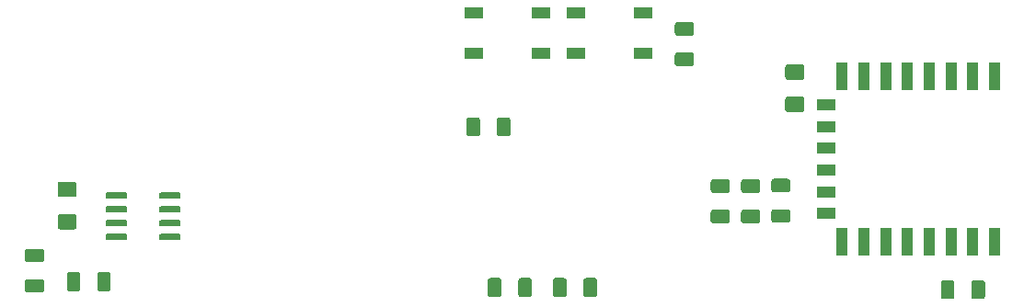
<source format=gbr>
G04 #@! TF.GenerationSoftware,KiCad,Pcbnew,5.1.4-e60b266~84~ubuntu19.04.1*
G04 #@! TF.CreationDate,2019-09-15T17:37:26+02:00*
G04 #@! TF.ProjectId,kicad,6b696361-642e-46b6-9963-61645f706362,rev?*
G04 #@! TF.SameCoordinates,Original*
G04 #@! TF.FileFunction,Paste,Top*
G04 #@! TF.FilePolarity,Positive*
%FSLAX46Y46*%
G04 Gerber Fmt 4.6, Leading zero omitted, Abs format (unit mm)*
G04 Created by KiCad (PCBNEW 5.1.4-e60b266~84~ubuntu19.04.1) date 2019-09-15 17:37:26*
%MOMM*%
%LPD*%
G04 APERTURE LIST*
%ADD10C,0.100000*%
%ADD11C,0.600000*%
%ADD12R,1.800000X1.100000*%
%ADD13C,1.425000*%
%ADD14R,1.000000X2.500000*%
%ADD15R,1.800000X1.000000*%
%ADD16C,1.250000*%
G04 APERTURE END LIST*
D10*
G36*
X36568703Y-38049722D02*
G01*
X36583264Y-38051882D01*
X36597543Y-38055459D01*
X36611403Y-38060418D01*
X36624710Y-38066712D01*
X36637336Y-38074280D01*
X36649159Y-38083048D01*
X36660066Y-38092934D01*
X36669952Y-38103841D01*
X36678720Y-38115664D01*
X36686288Y-38128290D01*
X36692582Y-38141597D01*
X36697541Y-38155457D01*
X36701118Y-38169736D01*
X36703278Y-38184297D01*
X36704000Y-38199000D01*
X36704000Y-38499000D01*
X36703278Y-38513703D01*
X36701118Y-38528264D01*
X36697541Y-38542543D01*
X36692582Y-38556403D01*
X36686288Y-38569710D01*
X36678720Y-38582336D01*
X36669952Y-38594159D01*
X36660066Y-38605066D01*
X36649159Y-38614952D01*
X36637336Y-38623720D01*
X36624710Y-38631288D01*
X36611403Y-38637582D01*
X36597543Y-38642541D01*
X36583264Y-38646118D01*
X36568703Y-38648278D01*
X36554000Y-38649000D01*
X34904000Y-38649000D01*
X34889297Y-38648278D01*
X34874736Y-38646118D01*
X34860457Y-38642541D01*
X34846597Y-38637582D01*
X34833290Y-38631288D01*
X34820664Y-38623720D01*
X34808841Y-38614952D01*
X34797934Y-38605066D01*
X34788048Y-38594159D01*
X34779280Y-38582336D01*
X34771712Y-38569710D01*
X34765418Y-38556403D01*
X34760459Y-38542543D01*
X34756882Y-38528264D01*
X34754722Y-38513703D01*
X34754000Y-38499000D01*
X34754000Y-38199000D01*
X34754722Y-38184297D01*
X34756882Y-38169736D01*
X34760459Y-38155457D01*
X34765418Y-38141597D01*
X34771712Y-38128290D01*
X34779280Y-38115664D01*
X34788048Y-38103841D01*
X34797934Y-38092934D01*
X34808841Y-38083048D01*
X34820664Y-38074280D01*
X34833290Y-38066712D01*
X34846597Y-38060418D01*
X34860457Y-38055459D01*
X34874736Y-38051882D01*
X34889297Y-38049722D01*
X34904000Y-38049000D01*
X36554000Y-38049000D01*
X36568703Y-38049722D01*
X36568703Y-38049722D01*
G37*
D11*
X35729000Y-38349000D03*
D10*
G36*
X36568703Y-39319722D02*
G01*
X36583264Y-39321882D01*
X36597543Y-39325459D01*
X36611403Y-39330418D01*
X36624710Y-39336712D01*
X36637336Y-39344280D01*
X36649159Y-39353048D01*
X36660066Y-39362934D01*
X36669952Y-39373841D01*
X36678720Y-39385664D01*
X36686288Y-39398290D01*
X36692582Y-39411597D01*
X36697541Y-39425457D01*
X36701118Y-39439736D01*
X36703278Y-39454297D01*
X36704000Y-39469000D01*
X36704000Y-39769000D01*
X36703278Y-39783703D01*
X36701118Y-39798264D01*
X36697541Y-39812543D01*
X36692582Y-39826403D01*
X36686288Y-39839710D01*
X36678720Y-39852336D01*
X36669952Y-39864159D01*
X36660066Y-39875066D01*
X36649159Y-39884952D01*
X36637336Y-39893720D01*
X36624710Y-39901288D01*
X36611403Y-39907582D01*
X36597543Y-39912541D01*
X36583264Y-39916118D01*
X36568703Y-39918278D01*
X36554000Y-39919000D01*
X34904000Y-39919000D01*
X34889297Y-39918278D01*
X34874736Y-39916118D01*
X34860457Y-39912541D01*
X34846597Y-39907582D01*
X34833290Y-39901288D01*
X34820664Y-39893720D01*
X34808841Y-39884952D01*
X34797934Y-39875066D01*
X34788048Y-39864159D01*
X34779280Y-39852336D01*
X34771712Y-39839710D01*
X34765418Y-39826403D01*
X34760459Y-39812543D01*
X34756882Y-39798264D01*
X34754722Y-39783703D01*
X34754000Y-39769000D01*
X34754000Y-39469000D01*
X34754722Y-39454297D01*
X34756882Y-39439736D01*
X34760459Y-39425457D01*
X34765418Y-39411597D01*
X34771712Y-39398290D01*
X34779280Y-39385664D01*
X34788048Y-39373841D01*
X34797934Y-39362934D01*
X34808841Y-39353048D01*
X34820664Y-39344280D01*
X34833290Y-39336712D01*
X34846597Y-39330418D01*
X34860457Y-39325459D01*
X34874736Y-39321882D01*
X34889297Y-39319722D01*
X34904000Y-39319000D01*
X36554000Y-39319000D01*
X36568703Y-39319722D01*
X36568703Y-39319722D01*
G37*
D11*
X35729000Y-39619000D03*
D10*
G36*
X36568703Y-40589722D02*
G01*
X36583264Y-40591882D01*
X36597543Y-40595459D01*
X36611403Y-40600418D01*
X36624710Y-40606712D01*
X36637336Y-40614280D01*
X36649159Y-40623048D01*
X36660066Y-40632934D01*
X36669952Y-40643841D01*
X36678720Y-40655664D01*
X36686288Y-40668290D01*
X36692582Y-40681597D01*
X36697541Y-40695457D01*
X36701118Y-40709736D01*
X36703278Y-40724297D01*
X36704000Y-40739000D01*
X36704000Y-41039000D01*
X36703278Y-41053703D01*
X36701118Y-41068264D01*
X36697541Y-41082543D01*
X36692582Y-41096403D01*
X36686288Y-41109710D01*
X36678720Y-41122336D01*
X36669952Y-41134159D01*
X36660066Y-41145066D01*
X36649159Y-41154952D01*
X36637336Y-41163720D01*
X36624710Y-41171288D01*
X36611403Y-41177582D01*
X36597543Y-41182541D01*
X36583264Y-41186118D01*
X36568703Y-41188278D01*
X36554000Y-41189000D01*
X34904000Y-41189000D01*
X34889297Y-41188278D01*
X34874736Y-41186118D01*
X34860457Y-41182541D01*
X34846597Y-41177582D01*
X34833290Y-41171288D01*
X34820664Y-41163720D01*
X34808841Y-41154952D01*
X34797934Y-41145066D01*
X34788048Y-41134159D01*
X34779280Y-41122336D01*
X34771712Y-41109710D01*
X34765418Y-41096403D01*
X34760459Y-41082543D01*
X34756882Y-41068264D01*
X34754722Y-41053703D01*
X34754000Y-41039000D01*
X34754000Y-40739000D01*
X34754722Y-40724297D01*
X34756882Y-40709736D01*
X34760459Y-40695457D01*
X34765418Y-40681597D01*
X34771712Y-40668290D01*
X34779280Y-40655664D01*
X34788048Y-40643841D01*
X34797934Y-40632934D01*
X34808841Y-40623048D01*
X34820664Y-40614280D01*
X34833290Y-40606712D01*
X34846597Y-40600418D01*
X34860457Y-40595459D01*
X34874736Y-40591882D01*
X34889297Y-40589722D01*
X34904000Y-40589000D01*
X36554000Y-40589000D01*
X36568703Y-40589722D01*
X36568703Y-40589722D01*
G37*
D11*
X35729000Y-40889000D03*
D10*
G36*
X36568703Y-41859722D02*
G01*
X36583264Y-41861882D01*
X36597543Y-41865459D01*
X36611403Y-41870418D01*
X36624710Y-41876712D01*
X36637336Y-41884280D01*
X36649159Y-41893048D01*
X36660066Y-41902934D01*
X36669952Y-41913841D01*
X36678720Y-41925664D01*
X36686288Y-41938290D01*
X36692582Y-41951597D01*
X36697541Y-41965457D01*
X36701118Y-41979736D01*
X36703278Y-41994297D01*
X36704000Y-42009000D01*
X36704000Y-42309000D01*
X36703278Y-42323703D01*
X36701118Y-42338264D01*
X36697541Y-42352543D01*
X36692582Y-42366403D01*
X36686288Y-42379710D01*
X36678720Y-42392336D01*
X36669952Y-42404159D01*
X36660066Y-42415066D01*
X36649159Y-42424952D01*
X36637336Y-42433720D01*
X36624710Y-42441288D01*
X36611403Y-42447582D01*
X36597543Y-42452541D01*
X36583264Y-42456118D01*
X36568703Y-42458278D01*
X36554000Y-42459000D01*
X34904000Y-42459000D01*
X34889297Y-42458278D01*
X34874736Y-42456118D01*
X34860457Y-42452541D01*
X34846597Y-42447582D01*
X34833290Y-42441288D01*
X34820664Y-42433720D01*
X34808841Y-42424952D01*
X34797934Y-42415066D01*
X34788048Y-42404159D01*
X34779280Y-42392336D01*
X34771712Y-42379710D01*
X34765418Y-42366403D01*
X34760459Y-42352543D01*
X34756882Y-42338264D01*
X34754722Y-42323703D01*
X34754000Y-42309000D01*
X34754000Y-42009000D01*
X34754722Y-41994297D01*
X34756882Y-41979736D01*
X34760459Y-41965457D01*
X34765418Y-41951597D01*
X34771712Y-41938290D01*
X34779280Y-41925664D01*
X34788048Y-41913841D01*
X34797934Y-41902934D01*
X34808841Y-41893048D01*
X34820664Y-41884280D01*
X34833290Y-41876712D01*
X34846597Y-41870418D01*
X34860457Y-41865459D01*
X34874736Y-41861882D01*
X34889297Y-41859722D01*
X34904000Y-41859000D01*
X36554000Y-41859000D01*
X36568703Y-41859722D01*
X36568703Y-41859722D01*
G37*
D11*
X35729000Y-42159000D03*
D10*
G36*
X31618703Y-41859722D02*
G01*
X31633264Y-41861882D01*
X31647543Y-41865459D01*
X31661403Y-41870418D01*
X31674710Y-41876712D01*
X31687336Y-41884280D01*
X31699159Y-41893048D01*
X31710066Y-41902934D01*
X31719952Y-41913841D01*
X31728720Y-41925664D01*
X31736288Y-41938290D01*
X31742582Y-41951597D01*
X31747541Y-41965457D01*
X31751118Y-41979736D01*
X31753278Y-41994297D01*
X31754000Y-42009000D01*
X31754000Y-42309000D01*
X31753278Y-42323703D01*
X31751118Y-42338264D01*
X31747541Y-42352543D01*
X31742582Y-42366403D01*
X31736288Y-42379710D01*
X31728720Y-42392336D01*
X31719952Y-42404159D01*
X31710066Y-42415066D01*
X31699159Y-42424952D01*
X31687336Y-42433720D01*
X31674710Y-42441288D01*
X31661403Y-42447582D01*
X31647543Y-42452541D01*
X31633264Y-42456118D01*
X31618703Y-42458278D01*
X31604000Y-42459000D01*
X29954000Y-42459000D01*
X29939297Y-42458278D01*
X29924736Y-42456118D01*
X29910457Y-42452541D01*
X29896597Y-42447582D01*
X29883290Y-42441288D01*
X29870664Y-42433720D01*
X29858841Y-42424952D01*
X29847934Y-42415066D01*
X29838048Y-42404159D01*
X29829280Y-42392336D01*
X29821712Y-42379710D01*
X29815418Y-42366403D01*
X29810459Y-42352543D01*
X29806882Y-42338264D01*
X29804722Y-42323703D01*
X29804000Y-42309000D01*
X29804000Y-42009000D01*
X29804722Y-41994297D01*
X29806882Y-41979736D01*
X29810459Y-41965457D01*
X29815418Y-41951597D01*
X29821712Y-41938290D01*
X29829280Y-41925664D01*
X29838048Y-41913841D01*
X29847934Y-41902934D01*
X29858841Y-41893048D01*
X29870664Y-41884280D01*
X29883290Y-41876712D01*
X29896597Y-41870418D01*
X29910457Y-41865459D01*
X29924736Y-41861882D01*
X29939297Y-41859722D01*
X29954000Y-41859000D01*
X31604000Y-41859000D01*
X31618703Y-41859722D01*
X31618703Y-41859722D01*
G37*
D11*
X30779000Y-42159000D03*
D10*
G36*
X31618703Y-40589722D02*
G01*
X31633264Y-40591882D01*
X31647543Y-40595459D01*
X31661403Y-40600418D01*
X31674710Y-40606712D01*
X31687336Y-40614280D01*
X31699159Y-40623048D01*
X31710066Y-40632934D01*
X31719952Y-40643841D01*
X31728720Y-40655664D01*
X31736288Y-40668290D01*
X31742582Y-40681597D01*
X31747541Y-40695457D01*
X31751118Y-40709736D01*
X31753278Y-40724297D01*
X31754000Y-40739000D01*
X31754000Y-41039000D01*
X31753278Y-41053703D01*
X31751118Y-41068264D01*
X31747541Y-41082543D01*
X31742582Y-41096403D01*
X31736288Y-41109710D01*
X31728720Y-41122336D01*
X31719952Y-41134159D01*
X31710066Y-41145066D01*
X31699159Y-41154952D01*
X31687336Y-41163720D01*
X31674710Y-41171288D01*
X31661403Y-41177582D01*
X31647543Y-41182541D01*
X31633264Y-41186118D01*
X31618703Y-41188278D01*
X31604000Y-41189000D01*
X29954000Y-41189000D01*
X29939297Y-41188278D01*
X29924736Y-41186118D01*
X29910457Y-41182541D01*
X29896597Y-41177582D01*
X29883290Y-41171288D01*
X29870664Y-41163720D01*
X29858841Y-41154952D01*
X29847934Y-41145066D01*
X29838048Y-41134159D01*
X29829280Y-41122336D01*
X29821712Y-41109710D01*
X29815418Y-41096403D01*
X29810459Y-41082543D01*
X29806882Y-41068264D01*
X29804722Y-41053703D01*
X29804000Y-41039000D01*
X29804000Y-40739000D01*
X29804722Y-40724297D01*
X29806882Y-40709736D01*
X29810459Y-40695457D01*
X29815418Y-40681597D01*
X29821712Y-40668290D01*
X29829280Y-40655664D01*
X29838048Y-40643841D01*
X29847934Y-40632934D01*
X29858841Y-40623048D01*
X29870664Y-40614280D01*
X29883290Y-40606712D01*
X29896597Y-40600418D01*
X29910457Y-40595459D01*
X29924736Y-40591882D01*
X29939297Y-40589722D01*
X29954000Y-40589000D01*
X31604000Y-40589000D01*
X31618703Y-40589722D01*
X31618703Y-40589722D01*
G37*
D11*
X30779000Y-40889000D03*
D10*
G36*
X31618703Y-39319722D02*
G01*
X31633264Y-39321882D01*
X31647543Y-39325459D01*
X31661403Y-39330418D01*
X31674710Y-39336712D01*
X31687336Y-39344280D01*
X31699159Y-39353048D01*
X31710066Y-39362934D01*
X31719952Y-39373841D01*
X31728720Y-39385664D01*
X31736288Y-39398290D01*
X31742582Y-39411597D01*
X31747541Y-39425457D01*
X31751118Y-39439736D01*
X31753278Y-39454297D01*
X31754000Y-39469000D01*
X31754000Y-39769000D01*
X31753278Y-39783703D01*
X31751118Y-39798264D01*
X31747541Y-39812543D01*
X31742582Y-39826403D01*
X31736288Y-39839710D01*
X31728720Y-39852336D01*
X31719952Y-39864159D01*
X31710066Y-39875066D01*
X31699159Y-39884952D01*
X31687336Y-39893720D01*
X31674710Y-39901288D01*
X31661403Y-39907582D01*
X31647543Y-39912541D01*
X31633264Y-39916118D01*
X31618703Y-39918278D01*
X31604000Y-39919000D01*
X29954000Y-39919000D01*
X29939297Y-39918278D01*
X29924736Y-39916118D01*
X29910457Y-39912541D01*
X29896597Y-39907582D01*
X29883290Y-39901288D01*
X29870664Y-39893720D01*
X29858841Y-39884952D01*
X29847934Y-39875066D01*
X29838048Y-39864159D01*
X29829280Y-39852336D01*
X29821712Y-39839710D01*
X29815418Y-39826403D01*
X29810459Y-39812543D01*
X29806882Y-39798264D01*
X29804722Y-39783703D01*
X29804000Y-39769000D01*
X29804000Y-39469000D01*
X29804722Y-39454297D01*
X29806882Y-39439736D01*
X29810459Y-39425457D01*
X29815418Y-39411597D01*
X29821712Y-39398290D01*
X29829280Y-39385664D01*
X29838048Y-39373841D01*
X29847934Y-39362934D01*
X29858841Y-39353048D01*
X29870664Y-39344280D01*
X29883290Y-39336712D01*
X29896597Y-39330418D01*
X29910457Y-39325459D01*
X29924736Y-39321882D01*
X29939297Y-39319722D01*
X29954000Y-39319000D01*
X31604000Y-39319000D01*
X31618703Y-39319722D01*
X31618703Y-39319722D01*
G37*
D11*
X30779000Y-39619000D03*
D10*
G36*
X31618703Y-38049722D02*
G01*
X31633264Y-38051882D01*
X31647543Y-38055459D01*
X31661403Y-38060418D01*
X31674710Y-38066712D01*
X31687336Y-38074280D01*
X31699159Y-38083048D01*
X31710066Y-38092934D01*
X31719952Y-38103841D01*
X31728720Y-38115664D01*
X31736288Y-38128290D01*
X31742582Y-38141597D01*
X31747541Y-38155457D01*
X31751118Y-38169736D01*
X31753278Y-38184297D01*
X31754000Y-38199000D01*
X31754000Y-38499000D01*
X31753278Y-38513703D01*
X31751118Y-38528264D01*
X31747541Y-38542543D01*
X31742582Y-38556403D01*
X31736288Y-38569710D01*
X31728720Y-38582336D01*
X31719952Y-38594159D01*
X31710066Y-38605066D01*
X31699159Y-38614952D01*
X31687336Y-38623720D01*
X31674710Y-38631288D01*
X31661403Y-38637582D01*
X31647543Y-38642541D01*
X31633264Y-38646118D01*
X31618703Y-38648278D01*
X31604000Y-38649000D01*
X29954000Y-38649000D01*
X29939297Y-38648278D01*
X29924736Y-38646118D01*
X29910457Y-38642541D01*
X29896597Y-38637582D01*
X29883290Y-38631288D01*
X29870664Y-38623720D01*
X29858841Y-38614952D01*
X29847934Y-38605066D01*
X29838048Y-38594159D01*
X29829280Y-38582336D01*
X29821712Y-38569710D01*
X29815418Y-38556403D01*
X29810459Y-38542543D01*
X29806882Y-38528264D01*
X29804722Y-38513703D01*
X29804000Y-38499000D01*
X29804000Y-38199000D01*
X29804722Y-38184297D01*
X29806882Y-38169736D01*
X29810459Y-38155457D01*
X29815418Y-38141597D01*
X29821712Y-38128290D01*
X29829280Y-38115664D01*
X29838048Y-38103841D01*
X29847934Y-38092934D01*
X29858841Y-38083048D01*
X29870664Y-38074280D01*
X29883290Y-38066712D01*
X29896597Y-38060418D01*
X29910457Y-38055459D01*
X29924736Y-38051882D01*
X29939297Y-38049722D01*
X29954000Y-38049000D01*
X31604000Y-38049000D01*
X31618703Y-38049722D01*
X31618703Y-38049722D01*
G37*
D11*
X30779000Y-38349000D03*
D12*
X69902000Y-25218000D03*
X63702000Y-25218000D03*
X69902000Y-21518000D03*
X63702000Y-21518000D03*
X79300000Y-25218000D03*
X73100000Y-25218000D03*
X79300000Y-21518000D03*
X73100000Y-21518000D03*
D10*
G36*
X93867504Y-29224204D02*
G01*
X93891773Y-29227804D01*
X93915571Y-29233765D01*
X93938671Y-29242030D01*
X93960849Y-29252520D01*
X93981893Y-29265133D01*
X94001598Y-29279747D01*
X94019777Y-29296223D01*
X94036253Y-29314402D01*
X94050867Y-29334107D01*
X94063480Y-29355151D01*
X94073970Y-29377329D01*
X94082235Y-29400429D01*
X94088196Y-29424227D01*
X94091796Y-29448496D01*
X94093000Y-29473000D01*
X94093000Y-30398000D01*
X94091796Y-30422504D01*
X94088196Y-30446773D01*
X94082235Y-30470571D01*
X94073970Y-30493671D01*
X94063480Y-30515849D01*
X94050867Y-30536893D01*
X94036253Y-30556598D01*
X94019777Y-30574777D01*
X94001598Y-30591253D01*
X93981893Y-30605867D01*
X93960849Y-30618480D01*
X93938671Y-30628970D01*
X93915571Y-30637235D01*
X93891773Y-30643196D01*
X93867504Y-30646796D01*
X93843000Y-30648000D01*
X92593000Y-30648000D01*
X92568496Y-30646796D01*
X92544227Y-30643196D01*
X92520429Y-30637235D01*
X92497329Y-30628970D01*
X92475151Y-30618480D01*
X92454107Y-30605867D01*
X92434402Y-30591253D01*
X92416223Y-30574777D01*
X92399747Y-30556598D01*
X92385133Y-30536893D01*
X92372520Y-30515849D01*
X92362030Y-30493671D01*
X92353765Y-30470571D01*
X92347804Y-30446773D01*
X92344204Y-30422504D01*
X92343000Y-30398000D01*
X92343000Y-29473000D01*
X92344204Y-29448496D01*
X92347804Y-29424227D01*
X92353765Y-29400429D01*
X92362030Y-29377329D01*
X92372520Y-29355151D01*
X92385133Y-29334107D01*
X92399747Y-29314402D01*
X92416223Y-29296223D01*
X92434402Y-29279747D01*
X92454107Y-29265133D01*
X92475151Y-29252520D01*
X92497329Y-29242030D01*
X92520429Y-29233765D01*
X92544227Y-29227804D01*
X92568496Y-29224204D01*
X92593000Y-29223000D01*
X93843000Y-29223000D01*
X93867504Y-29224204D01*
X93867504Y-29224204D01*
G37*
D13*
X93218000Y-29935500D03*
D10*
G36*
X93867504Y-26249204D02*
G01*
X93891773Y-26252804D01*
X93915571Y-26258765D01*
X93938671Y-26267030D01*
X93960849Y-26277520D01*
X93981893Y-26290133D01*
X94001598Y-26304747D01*
X94019777Y-26321223D01*
X94036253Y-26339402D01*
X94050867Y-26359107D01*
X94063480Y-26380151D01*
X94073970Y-26402329D01*
X94082235Y-26425429D01*
X94088196Y-26449227D01*
X94091796Y-26473496D01*
X94093000Y-26498000D01*
X94093000Y-27423000D01*
X94091796Y-27447504D01*
X94088196Y-27471773D01*
X94082235Y-27495571D01*
X94073970Y-27518671D01*
X94063480Y-27540849D01*
X94050867Y-27561893D01*
X94036253Y-27581598D01*
X94019777Y-27599777D01*
X94001598Y-27616253D01*
X93981893Y-27630867D01*
X93960849Y-27643480D01*
X93938671Y-27653970D01*
X93915571Y-27662235D01*
X93891773Y-27668196D01*
X93867504Y-27671796D01*
X93843000Y-27673000D01*
X92593000Y-27673000D01*
X92568496Y-27671796D01*
X92544227Y-27668196D01*
X92520429Y-27662235D01*
X92497329Y-27653970D01*
X92475151Y-27643480D01*
X92454107Y-27630867D01*
X92434402Y-27616253D01*
X92416223Y-27599777D01*
X92399747Y-27581598D01*
X92385133Y-27561893D01*
X92372520Y-27540849D01*
X92362030Y-27518671D01*
X92353765Y-27495571D01*
X92347804Y-27471773D01*
X92344204Y-27447504D01*
X92343000Y-27423000D01*
X92343000Y-26498000D01*
X92344204Y-26473496D01*
X92347804Y-26449227D01*
X92353765Y-26425429D01*
X92362030Y-26402329D01*
X92372520Y-26380151D01*
X92385133Y-26359107D01*
X92399747Y-26339402D01*
X92416223Y-26321223D01*
X92434402Y-26304747D01*
X92454107Y-26290133D01*
X92475151Y-26277520D01*
X92497329Y-26267030D01*
X92520429Y-26258765D01*
X92544227Y-26252804D01*
X92568496Y-26249204D01*
X92593000Y-26248000D01*
X93843000Y-26248000D01*
X93867504Y-26249204D01*
X93867504Y-26249204D01*
G37*
D13*
X93218000Y-26960500D03*
D14*
X111590000Y-42590000D03*
X109590000Y-42590000D03*
X107590000Y-42590000D03*
X105590000Y-42590000D03*
X103590000Y-42590000D03*
X101590000Y-42590000D03*
X99590000Y-42590000D03*
X97590000Y-42590000D03*
D15*
X96090000Y-39990000D03*
X96090000Y-37990000D03*
X96090000Y-35990000D03*
X96090000Y-33990000D03*
X96090000Y-31990000D03*
X96090000Y-29990000D03*
D14*
X97590000Y-27390000D03*
X99590000Y-27390000D03*
X101590000Y-27390000D03*
X103590000Y-27390000D03*
X105590000Y-27390000D03*
X107590000Y-27390000D03*
X109590000Y-27390000D03*
X111590000Y-27390000D03*
D10*
G36*
X83707504Y-22360204D02*
G01*
X83731773Y-22363804D01*
X83755571Y-22369765D01*
X83778671Y-22378030D01*
X83800849Y-22388520D01*
X83821893Y-22401133D01*
X83841598Y-22415747D01*
X83859777Y-22432223D01*
X83876253Y-22450402D01*
X83890867Y-22470107D01*
X83903480Y-22491151D01*
X83913970Y-22513329D01*
X83922235Y-22536429D01*
X83928196Y-22560227D01*
X83931796Y-22584496D01*
X83933000Y-22609000D01*
X83933000Y-23359000D01*
X83931796Y-23383504D01*
X83928196Y-23407773D01*
X83922235Y-23431571D01*
X83913970Y-23454671D01*
X83903480Y-23476849D01*
X83890867Y-23497893D01*
X83876253Y-23517598D01*
X83859777Y-23535777D01*
X83841598Y-23552253D01*
X83821893Y-23566867D01*
X83800849Y-23579480D01*
X83778671Y-23589970D01*
X83755571Y-23598235D01*
X83731773Y-23604196D01*
X83707504Y-23607796D01*
X83683000Y-23609000D01*
X82433000Y-23609000D01*
X82408496Y-23607796D01*
X82384227Y-23604196D01*
X82360429Y-23598235D01*
X82337329Y-23589970D01*
X82315151Y-23579480D01*
X82294107Y-23566867D01*
X82274402Y-23552253D01*
X82256223Y-23535777D01*
X82239747Y-23517598D01*
X82225133Y-23497893D01*
X82212520Y-23476849D01*
X82202030Y-23454671D01*
X82193765Y-23431571D01*
X82187804Y-23407773D01*
X82184204Y-23383504D01*
X82183000Y-23359000D01*
X82183000Y-22609000D01*
X82184204Y-22584496D01*
X82187804Y-22560227D01*
X82193765Y-22536429D01*
X82202030Y-22513329D01*
X82212520Y-22491151D01*
X82225133Y-22470107D01*
X82239747Y-22450402D01*
X82256223Y-22432223D01*
X82274402Y-22415747D01*
X82294107Y-22401133D01*
X82315151Y-22388520D01*
X82337329Y-22378030D01*
X82360429Y-22369765D01*
X82384227Y-22363804D01*
X82408496Y-22360204D01*
X82433000Y-22359000D01*
X83683000Y-22359000D01*
X83707504Y-22360204D01*
X83707504Y-22360204D01*
G37*
D16*
X83058000Y-22984000D03*
D10*
G36*
X83707504Y-25160204D02*
G01*
X83731773Y-25163804D01*
X83755571Y-25169765D01*
X83778671Y-25178030D01*
X83800849Y-25188520D01*
X83821893Y-25201133D01*
X83841598Y-25215747D01*
X83859777Y-25232223D01*
X83876253Y-25250402D01*
X83890867Y-25270107D01*
X83903480Y-25291151D01*
X83913970Y-25313329D01*
X83922235Y-25336429D01*
X83928196Y-25360227D01*
X83931796Y-25384496D01*
X83933000Y-25409000D01*
X83933000Y-26159000D01*
X83931796Y-26183504D01*
X83928196Y-26207773D01*
X83922235Y-26231571D01*
X83913970Y-26254671D01*
X83903480Y-26276849D01*
X83890867Y-26297893D01*
X83876253Y-26317598D01*
X83859777Y-26335777D01*
X83841598Y-26352253D01*
X83821893Y-26366867D01*
X83800849Y-26379480D01*
X83778671Y-26389970D01*
X83755571Y-26398235D01*
X83731773Y-26404196D01*
X83707504Y-26407796D01*
X83683000Y-26409000D01*
X82433000Y-26409000D01*
X82408496Y-26407796D01*
X82384227Y-26404196D01*
X82360429Y-26398235D01*
X82337329Y-26389970D01*
X82315151Y-26379480D01*
X82294107Y-26366867D01*
X82274402Y-26352253D01*
X82256223Y-26335777D01*
X82239747Y-26317598D01*
X82225133Y-26297893D01*
X82212520Y-26276849D01*
X82202030Y-26254671D01*
X82193765Y-26231571D01*
X82187804Y-26207773D01*
X82184204Y-26183504D01*
X82183000Y-26159000D01*
X82183000Y-25409000D01*
X82184204Y-25384496D01*
X82187804Y-25360227D01*
X82193765Y-25336429D01*
X82202030Y-25313329D01*
X82212520Y-25291151D01*
X82225133Y-25270107D01*
X82239747Y-25250402D01*
X82256223Y-25232223D01*
X82274402Y-25215747D01*
X82294107Y-25201133D01*
X82315151Y-25188520D01*
X82337329Y-25178030D01*
X82360429Y-25169765D01*
X82384227Y-25163804D01*
X82408496Y-25160204D01*
X82433000Y-25159000D01*
X83683000Y-25159000D01*
X83707504Y-25160204D01*
X83707504Y-25160204D01*
G37*
D16*
X83058000Y-25784000D03*
D10*
G36*
X66823504Y-31130204D02*
G01*
X66847773Y-31133804D01*
X66871571Y-31139765D01*
X66894671Y-31148030D01*
X66916849Y-31158520D01*
X66937893Y-31171133D01*
X66957598Y-31185747D01*
X66975777Y-31202223D01*
X66992253Y-31220402D01*
X67006867Y-31240107D01*
X67019480Y-31261151D01*
X67029970Y-31283329D01*
X67038235Y-31306429D01*
X67044196Y-31330227D01*
X67047796Y-31354496D01*
X67049000Y-31379000D01*
X67049000Y-32629000D01*
X67047796Y-32653504D01*
X67044196Y-32677773D01*
X67038235Y-32701571D01*
X67029970Y-32724671D01*
X67019480Y-32746849D01*
X67006867Y-32767893D01*
X66992253Y-32787598D01*
X66975777Y-32805777D01*
X66957598Y-32822253D01*
X66937893Y-32836867D01*
X66916849Y-32849480D01*
X66894671Y-32859970D01*
X66871571Y-32868235D01*
X66847773Y-32874196D01*
X66823504Y-32877796D01*
X66799000Y-32879000D01*
X66049000Y-32879000D01*
X66024496Y-32877796D01*
X66000227Y-32874196D01*
X65976429Y-32868235D01*
X65953329Y-32859970D01*
X65931151Y-32849480D01*
X65910107Y-32836867D01*
X65890402Y-32822253D01*
X65872223Y-32805777D01*
X65855747Y-32787598D01*
X65841133Y-32767893D01*
X65828520Y-32746849D01*
X65818030Y-32724671D01*
X65809765Y-32701571D01*
X65803804Y-32677773D01*
X65800204Y-32653504D01*
X65799000Y-32629000D01*
X65799000Y-31379000D01*
X65800204Y-31354496D01*
X65803804Y-31330227D01*
X65809765Y-31306429D01*
X65818030Y-31283329D01*
X65828520Y-31261151D01*
X65841133Y-31240107D01*
X65855747Y-31220402D01*
X65872223Y-31202223D01*
X65890402Y-31185747D01*
X65910107Y-31171133D01*
X65931151Y-31158520D01*
X65953329Y-31148030D01*
X65976429Y-31139765D01*
X66000227Y-31133804D01*
X66024496Y-31130204D01*
X66049000Y-31129000D01*
X66799000Y-31129000D01*
X66823504Y-31130204D01*
X66823504Y-31130204D01*
G37*
D16*
X66424000Y-32004000D03*
D10*
G36*
X64023504Y-31130204D02*
G01*
X64047773Y-31133804D01*
X64071571Y-31139765D01*
X64094671Y-31148030D01*
X64116849Y-31158520D01*
X64137893Y-31171133D01*
X64157598Y-31185747D01*
X64175777Y-31202223D01*
X64192253Y-31220402D01*
X64206867Y-31240107D01*
X64219480Y-31261151D01*
X64229970Y-31283329D01*
X64238235Y-31306429D01*
X64244196Y-31330227D01*
X64247796Y-31354496D01*
X64249000Y-31379000D01*
X64249000Y-32629000D01*
X64247796Y-32653504D01*
X64244196Y-32677773D01*
X64238235Y-32701571D01*
X64229970Y-32724671D01*
X64219480Y-32746849D01*
X64206867Y-32767893D01*
X64192253Y-32787598D01*
X64175777Y-32805777D01*
X64157598Y-32822253D01*
X64137893Y-32836867D01*
X64116849Y-32849480D01*
X64094671Y-32859970D01*
X64071571Y-32868235D01*
X64047773Y-32874196D01*
X64023504Y-32877796D01*
X63999000Y-32879000D01*
X63249000Y-32879000D01*
X63224496Y-32877796D01*
X63200227Y-32874196D01*
X63176429Y-32868235D01*
X63153329Y-32859970D01*
X63131151Y-32849480D01*
X63110107Y-32836867D01*
X63090402Y-32822253D01*
X63072223Y-32805777D01*
X63055747Y-32787598D01*
X63041133Y-32767893D01*
X63028520Y-32746849D01*
X63018030Y-32724671D01*
X63009765Y-32701571D01*
X63003804Y-32677773D01*
X63000204Y-32653504D01*
X62999000Y-32629000D01*
X62999000Y-31379000D01*
X63000204Y-31354496D01*
X63003804Y-31330227D01*
X63009765Y-31306429D01*
X63018030Y-31283329D01*
X63028520Y-31261151D01*
X63041133Y-31240107D01*
X63055747Y-31220402D01*
X63072223Y-31202223D01*
X63090402Y-31185747D01*
X63110107Y-31171133D01*
X63131151Y-31158520D01*
X63153329Y-31148030D01*
X63176429Y-31139765D01*
X63200227Y-31133804D01*
X63224496Y-31130204D01*
X63249000Y-31129000D01*
X63999000Y-31129000D01*
X64023504Y-31130204D01*
X64023504Y-31130204D01*
G37*
D16*
X63624000Y-32004000D03*
D10*
G36*
X110499504Y-46126204D02*
G01*
X110523773Y-46129804D01*
X110547571Y-46135765D01*
X110570671Y-46144030D01*
X110592849Y-46154520D01*
X110613893Y-46167133D01*
X110633598Y-46181747D01*
X110651777Y-46198223D01*
X110668253Y-46216402D01*
X110682867Y-46236107D01*
X110695480Y-46257151D01*
X110705970Y-46279329D01*
X110714235Y-46302429D01*
X110720196Y-46326227D01*
X110723796Y-46350496D01*
X110725000Y-46375000D01*
X110725000Y-47625000D01*
X110723796Y-47649504D01*
X110720196Y-47673773D01*
X110714235Y-47697571D01*
X110705970Y-47720671D01*
X110695480Y-47742849D01*
X110682867Y-47763893D01*
X110668253Y-47783598D01*
X110651777Y-47801777D01*
X110633598Y-47818253D01*
X110613893Y-47832867D01*
X110592849Y-47845480D01*
X110570671Y-47855970D01*
X110547571Y-47864235D01*
X110523773Y-47870196D01*
X110499504Y-47873796D01*
X110475000Y-47875000D01*
X109725000Y-47875000D01*
X109700496Y-47873796D01*
X109676227Y-47870196D01*
X109652429Y-47864235D01*
X109629329Y-47855970D01*
X109607151Y-47845480D01*
X109586107Y-47832867D01*
X109566402Y-47818253D01*
X109548223Y-47801777D01*
X109531747Y-47783598D01*
X109517133Y-47763893D01*
X109504520Y-47742849D01*
X109494030Y-47720671D01*
X109485765Y-47697571D01*
X109479804Y-47673773D01*
X109476204Y-47649504D01*
X109475000Y-47625000D01*
X109475000Y-46375000D01*
X109476204Y-46350496D01*
X109479804Y-46326227D01*
X109485765Y-46302429D01*
X109494030Y-46279329D01*
X109504520Y-46257151D01*
X109517133Y-46236107D01*
X109531747Y-46216402D01*
X109548223Y-46198223D01*
X109566402Y-46181747D01*
X109586107Y-46167133D01*
X109607151Y-46154520D01*
X109629329Y-46144030D01*
X109652429Y-46135765D01*
X109676227Y-46129804D01*
X109700496Y-46126204D01*
X109725000Y-46125000D01*
X110475000Y-46125000D01*
X110499504Y-46126204D01*
X110499504Y-46126204D01*
G37*
D16*
X110100000Y-47000000D03*
D10*
G36*
X107699504Y-46126204D02*
G01*
X107723773Y-46129804D01*
X107747571Y-46135765D01*
X107770671Y-46144030D01*
X107792849Y-46154520D01*
X107813893Y-46167133D01*
X107833598Y-46181747D01*
X107851777Y-46198223D01*
X107868253Y-46216402D01*
X107882867Y-46236107D01*
X107895480Y-46257151D01*
X107905970Y-46279329D01*
X107914235Y-46302429D01*
X107920196Y-46326227D01*
X107923796Y-46350496D01*
X107925000Y-46375000D01*
X107925000Y-47625000D01*
X107923796Y-47649504D01*
X107920196Y-47673773D01*
X107914235Y-47697571D01*
X107905970Y-47720671D01*
X107895480Y-47742849D01*
X107882867Y-47763893D01*
X107868253Y-47783598D01*
X107851777Y-47801777D01*
X107833598Y-47818253D01*
X107813893Y-47832867D01*
X107792849Y-47845480D01*
X107770671Y-47855970D01*
X107747571Y-47864235D01*
X107723773Y-47870196D01*
X107699504Y-47873796D01*
X107675000Y-47875000D01*
X106925000Y-47875000D01*
X106900496Y-47873796D01*
X106876227Y-47870196D01*
X106852429Y-47864235D01*
X106829329Y-47855970D01*
X106807151Y-47845480D01*
X106786107Y-47832867D01*
X106766402Y-47818253D01*
X106748223Y-47801777D01*
X106731747Y-47783598D01*
X106717133Y-47763893D01*
X106704520Y-47742849D01*
X106694030Y-47720671D01*
X106685765Y-47697571D01*
X106679804Y-47673773D01*
X106676204Y-47649504D01*
X106675000Y-47625000D01*
X106675000Y-46375000D01*
X106676204Y-46350496D01*
X106679804Y-46326227D01*
X106685765Y-46302429D01*
X106694030Y-46279329D01*
X106704520Y-46257151D01*
X106717133Y-46236107D01*
X106731747Y-46216402D01*
X106748223Y-46198223D01*
X106766402Y-46181747D01*
X106786107Y-46167133D01*
X106807151Y-46154520D01*
X106829329Y-46144030D01*
X106852429Y-46135765D01*
X106876227Y-46129804D01*
X106900496Y-46126204D01*
X106925000Y-46125000D01*
X107675000Y-46125000D01*
X107699504Y-46126204D01*
X107699504Y-46126204D01*
G37*
D16*
X107300000Y-47000000D03*
D10*
G36*
X87009504Y-36838204D02*
G01*
X87033773Y-36841804D01*
X87057571Y-36847765D01*
X87080671Y-36856030D01*
X87102849Y-36866520D01*
X87123893Y-36879133D01*
X87143598Y-36893747D01*
X87161777Y-36910223D01*
X87178253Y-36928402D01*
X87192867Y-36948107D01*
X87205480Y-36969151D01*
X87215970Y-36991329D01*
X87224235Y-37014429D01*
X87230196Y-37038227D01*
X87233796Y-37062496D01*
X87235000Y-37087000D01*
X87235000Y-37837000D01*
X87233796Y-37861504D01*
X87230196Y-37885773D01*
X87224235Y-37909571D01*
X87215970Y-37932671D01*
X87205480Y-37954849D01*
X87192867Y-37975893D01*
X87178253Y-37995598D01*
X87161777Y-38013777D01*
X87143598Y-38030253D01*
X87123893Y-38044867D01*
X87102849Y-38057480D01*
X87080671Y-38067970D01*
X87057571Y-38076235D01*
X87033773Y-38082196D01*
X87009504Y-38085796D01*
X86985000Y-38087000D01*
X85735000Y-38087000D01*
X85710496Y-38085796D01*
X85686227Y-38082196D01*
X85662429Y-38076235D01*
X85639329Y-38067970D01*
X85617151Y-38057480D01*
X85596107Y-38044867D01*
X85576402Y-38030253D01*
X85558223Y-38013777D01*
X85541747Y-37995598D01*
X85527133Y-37975893D01*
X85514520Y-37954849D01*
X85504030Y-37932671D01*
X85495765Y-37909571D01*
X85489804Y-37885773D01*
X85486204Y-37861504D01*
X85485000Y-37837000D01*
X85485000Y-37087000D01*
X85486204Y-37062496D01*
X85489804Y-37038227D01*
X85495765Y-37014429D01*
X85504030Y-36991329D01*
X85514520Y-36969151D01*
X85527133Y-36948107D01*
X85541747Y-36928402D01*
X85558223Y-36910223D01*
X85576402Y-36893747D01*
X85596107Y-36879133D01*
X85617151Y-36866520D01*
X85639329Y-36856030D01*
X85662429Y-36847765D01*
X85686227Y-36841804D01*
X85710496Y-36838204D01*
X85735000Y-36837000D01*
X86985000Y-36837000D01*
X87009504Y-36838204D01*
X87009504Y-36838204D01*
G37*
D16*
X86360000Y-37462000D03*
D10*
G36*
X87009504Y-39638204D02*
G01*
X87033773Y-39641804D01*
X87057571Y-39647765D01*
X87080671Y-39656030D01*
X87102849Y-39666520D01*
X87123893Y-39679133D01*
X87143598Y-39693747D01*
X87161777Y-39710223D01*
X87178253Y-39728402D01*
X87192867Y-39748107D01*
X87205480Y-39769151D01*
X87215970Y-39791329D01*
X87224235Y-39814429D01*
X87230196Y-39838227D01*
X87233796Y-39862496D01*
X87235000Y-39887000D01*
X87235000Y-40637000D01*
X87233796Y-40661504D01*
X87230196Y-40685773D01*
X87224235Y-40709571D01*
X87215970Y-40732671D01*
X87205480Y-40754849D01*
X87192867Y-40775893D01*
X87178253Y-40795598D01*
X87161777Y-40813777D01*
X87143598Y-40830253D01*
X87123893Y-40844867D01*
X87102849Y-40857480D01*
X87080671Y-40867970D01*
X87057571Y-40876235D01*
X87033773Y-40882196D01*
X87009504Y-40885796D01*
X86985000Y-40887000D01*
X85735000Y-40887000D01*
X85710496Y-40885796D01*
X85686227Y-40882196D01*
X85662429Y-40876235D01*
X85639329Y-40867970D01*
X85617151Y-40857480D01*
X85596107Y-40844867D01*
X85576402Y-40830253D01*
X85558223Y-40813777D01*
X85541747Y-40795598D01*
X85527133Y-40775893D01*
X85514520Y-40754849D01*
X85504030Y-40732671D01*
X85495765Y-40709571D01*
X85489804Y-40685773D01*
X85486204Y-40661504D01*
X85485000Y-40637000D01*
X85485000Y-39887000D01*
X85486204Y-39862496D01*
X85489804Y-39838227D01*
X85495765Y-39814429D01*
X85504030Y-39791329D01*
X85514520Y-39769151D01*
X85527133Y-39748107D01*
X85541747Y-39728402D01*
X85558223Y-39710223D01*
X85576402Y-39693747D01*
X85596107Y-39679133D01*
X85617151Y-39666520D01*
X85639329Y-39656030D01*
X85662429Y-39647765D01*
X85686227Y-39641804D01*
X85710496Y-39638204D01*
X85735000Y-39637000D01*
X86985000Y-39637000D01*
X87009504Y-39638204D01*
X87009504Y-39638204D01*
G37*
D16*
X86360000Y-40262000D03*
D10*
G36*
X89803504Y-36838204D02*
G01*
X89827773Y-36841804D01*
X89851571Y-36847765D01*
X89874671Y-36856030D01*
X89896849Y-36866520D01*
X89917893Y-36879133D01*
X89937598Y-36893747D01*
X89955777Y-36910223D01*
X89972253Y-36928402D01*
X89986867Y-36948107D01*
X89999480Y-36969151D01*
X90009970Y-36991329D01*
X90018235Y-37014429D01*
X90024196Y-37038227D01*
X90027796Y-37062496D01*
X90029000Y-37087000D01*
X90029000Y-37837000D01*
X90027796Y-37861504D01*
X90024196Y-37885773D01*
X90018235Y-37909571D01*
X90009970Y-37932671D01*
X89999480Y-37954849D01*
X89986867Y-37975893D01*
X89972253Y-37995598D01*
X89955777Y-38013777D01*
X89937598Y-38030253D01*
X89917893Y-38044867D01*
X89896849Y-38057480D01*
X89874671Y-38067970D01*
X89851571Y-38076235D01*
X89827773Y-38082196D01*
X89803504Y-38085796D01*
X89779000Y-38087000D01*
X88529000Y-38087000D01*
X88504496Y-38085796D01*
X88480227Y-38082196D01*
X88456429Y-38076235D01*
X88433329Y-38067970D01*
X88411151Y-38057480D01*
X88390107Y-38044867D01*
X88370402Y-38030253D01*
X88352223Y-38013777D01*
X88335747Y-37995598D01*
X88321133Y-37975893D01*
X88308520Y-37954849D01*
X88298030Y-37932671D01*
X88289765Y-37909571D01*
X88283804Y-37885773D01*
X88280204Y-37861504D01*
X88279000Y-37837000D01*
X88279000Y-37087000D01*
X88280204Y-37062496D01*
X88283804Y-37038227D01*
X88289765Y-37014429D01*
X88298030Y-36991329D01*
X88308520Y-36969151D01*
X88321133Y-36948107D01*
X88335747Y-36928402D01*
X88352223Y-36910223D01*
X88370402Y-36893747D01*
X88390107Y-36879133D01*
X88411151Y-36866520D01*
X88433329Y-36856030D01*
X88456429Y-36847765D01*
X88480227Y-36841804D01*
X88504496Y-36838204D01*
X88529000Y-36837000D01*
X89779000Y-36837000D01*
X89803504Y-36838204D01*
X89803504Y-36838204D01*
G37*
D16*
X89154000Y-37462000D03*
D10*
G36*
X89803504Y-39638204D02*
G01*
X89827773Y-39641804D01*
X89851571Y-39647765D01*
X89874671Y-39656030D01*
X89896849Y-39666520D01*
X89917893Y-39679133D01*
X89937598Y-39693747D01*
X89955777Y-39710223D01*
X89972253Y-39728402D01*
X89986867Y-39748107D01*
X89999480Y-39769151D01*
X90009970Y-39791329D01*
X90018235Y-39814429D01*
X90024196Y-39838227D01*
X90027796Y-39862496D01*
X90029000Y-39887000D01*
X90029000Y-40637000D01*
X90027796Y-40661504D01*
X90024196Y-40685773D01*
X90018235Y-40709571D01*
X90009970Y-40732671D01*
X89999480Y-40754849D01*
X89986867Y-40775893D01*
X89972253Y-40795598D01*
X89955777Y-40813777D01*
X89937598Y-40830253D01*
X89917893Y-40844867D01*
X89896849Y-40857480D01*
X89874671Y-40867970D01*
X89851571Y-40876235D01*
X89827773Y-40882196D01*
X89803504Y-40885796D01*
X89779000Y-40887000D01*
X88529000Y-40887000D01*
X88504496Y-40885796D01*
X88480227Y-40882196D01*
X88456429Y-40876235D01*
X88433329Y-40867970D01*
X88411151Y-40857480D01*
X88390107Y-40844867D01*
X88370402Y-40830253D01*
X88352223Y-40813777D01*
X88335747Y-40795598D01*
X88321133Y-40775893D01*
X88308520Y-40754849D01*
X88298030Y-40732671D01*
X88289765Y-40709571D01*
X88283804Y-40685773D01*
X88280204Y-40661504D01*
X88279000Y-40637000D01*
X88279000Y-39887000D01*
X88280204Y-39862496D01*
X88283804Y-39838227D01*
X88289765Y-39814429D01*
X88298030Y-39791329D01*
X88308520Y-39769151D01*
X88321133Y-39748107D01*
X88335747Y-39728402D01*
X88352223Y-39710223D01*
X88370402Y-39693747D01*
X88390107Y-39679133D01*
X88411151Y-39666520D01*
X88433329Y-39656030D01*
X88456429Y-39647765D01*
X88480227Y-39641804D01*
X88504496Y-39638204D01*
X88529000Y-39637000D01*
X89779000Y-39637000D01*
X89803504Y-39638204D01*
X89803504Y-39638204D01*
G37*
D16*
X89154000Y-40262000D03*
D10*
G36*
X92597504Y-36786204D02*
G01*
X92621773Y-36789804D01*
X92645571Y-36795765D01*
X92668671Y-36804030D01*
X92690849Y-36814520D01*
X92711893Y-36827133D01*
X92731598Y-36841747D01*
X92749777Y-36858223D01*
X92766253Y-36876402D01*
X92780867Y-36896107D01*
X92793480Y-36917151D01*
X92803970Y-36939329D01*
X92812235Y-36962429D01*
X92818196Y-36986227D01*
X92821796Y-37010496D01*
X92823000Y-37035000D01*
X92823000Y-37785000D01*
X92821796Y-37809504D01*
X92818196Y-37833773D01*
X92812235Y-37857571D01*
X92803970Y-37880671D01*
X92793480Y-37902849D01*
X92780867Y-37923893D01*
X92766253Y-37943598D01*
X92749777Y-37961777D01*
X92731598Y-37978253D01*
X92711893Y-37992867D01*
X92690849Y-38005480D01*
X92668671Y-38015970D01*
X92645571Y-38024235D01*
X92621773Y-38030196D01*
X92597504Y-38033796D01*
X92573000Y-38035000D01*
X91323000Y-38035000D01*
X91298496Y-38033796D01*
X91274227Y-38030196D01*
X91250429Y-38024235D01*
X91227329Y-38015970D01*
X91205151Y-38005480D01*
X91184107Y-37992867D01*
X91164402Y-37978253D01*
X91146223Y-37961777D01*
X91129747Y-37943598D01*
X91115133Y-37923893D01*
X91102520Y-37902849D01*
X91092030Y-37880671D01*
X91083765Y-37857571D01*
X91077804Y-37833773D01*
X91074204Y-37809504D01*
X91073000Y-37785000D01*
X91073000Y-37035000D01*
X91074204Y-37010496D01*
X91077804Y-36986227D01*
X91083765Y-36962429D01*
X91092030Y-36939329D01*
X91102520Y-36917151D01*
X91115133Y-36896107D01*
X91129747Y-36876402D01*
X91146223Y-36858223D01*
X91164402Y-36841747D01*
X91184107Y-36827133D01*
X91205151Y-36814520D01*
X91227329Y-36804030D01*
X91250429Y-36795765D01*
X91274227Y-36789804D01*
X91298496Y-36786204D01*
X91323000Y-36785000D01*
X92573000Y-36785000D01*
X92597504Y-36786204D01*
X92597504Y-36786204D01*
G37*
D16*
X91948000Y-37410000D03*
D10*
G36*
X92597504Y-39586204D02*
G01*
X92621773Y-39589804D01*
X92645571Y-39595765D01*
X92668671Y-39604030D01*
X92690849Y-39614520D01*
X92711893Y-39627133D01*
X92731598Y-39641747D01*
X92749777Y-39658223D01*
X92766253Y-39676402D01*
X92780867Y-39696107D01*
X92793480Y-39717151D01*
X92803970Y-39739329D01*
X92812235Y-39762429D01*
X92818196Y-39786227D01*
X92821796Y-39810496D01*
X92823000Y-39835000D01*
X92823000Y-40585000D01*
X92821796Y-40609504D01*
X92818196Y-40633773D01*
X92812235Y-40657571D01*
X92803970Y-40680671D01*
X92793480Y-40702849D01*
X92780867Y-40723893D01*
X92766253Y-40743598D01*
X92749777Y-40761777D01*
X92731598Y-40778253D01*
X92711893Y-40792867D01*
X92690849Y-40805480D01*
X92668671Y-40815970D01*
X92645571Y-40824235D01*
X92621773Y-40830196D01*
X92597504Y-40833796D01*
X92573000Y-40835000D01*
X91323000Y-40835000D01*
X91298496Y-40833796D01*
X91274227Y-40830196D01*
X91250429Y-40824235D01*
X91227329Y-40815970D01*
X91205151Y-40805480D01*
X91184107Y-40792867D01*
X91164402Y-40778253D01*
X91146223Y-40761777D01*
X91129747Y-40743598D01*
X91115133Y-40723893D01*
X91102520Y-40702849D01*
X91092030Y-40680671D01*
X91083765Y-40657571D01*
X91077804Y-40633773D01*
X91074204Y-40609504D01*
X91073000Y-40585000D01*
X91073000Y-39835000D01*
X91074204Y-39810496D01*
X91077804Y-39786227D01*
X91083765Y-39762429D01*
X91092030Y-39739329D01*
X91102520Y-39717151D01*
X91115133Y-39696107D01*
X91129747Y-39676402D01*
X91146223Y-39658223D01*
X91164402Y-39641747D01*
X91184107Y-39627133D01*
X91205151Y-39614520D01*
X91227329Y-39604030D01*
X91250429Y-39595765D01*
X91274227Y-39589804D01*
X91298496Y-39586204D01*
X91323000Y-39585000D01*
X92573000Y-39585000D01*
X92597504Y-39586204D01*
X92597504Y-39586204D01*
G37*
D16*
X91948000Y-40210000D03*
D10*
G36*
X74799504Y-45926204D02*
G01*
X74823773Y-45929804D01*
X74847571Y-45935765D01*
X74870671Y-45944030D01*
X74892849Y-45954520D01*
X74913893Y-45967133D01*
X74933598Y-45981747D01*
X74951777Y-45998223D01*
X74968253Y-46016402D01*
X74982867Y-46036107D01*
X74995480Y-46057151D01*
X75005970Y-46079329D01*
X75014235Y-46102429D01*
X75020196Y-46126227D01*
X75023796Y-46150496D01*
X75025000Y-46175000D01*
X75025000Y-47425000D01*
X75023796Y-47449504D01*
X75020196Y-47473773D01*
X75014235Y-47497571D01*
X75005970Y-47520671D01*
X74995480Y-47542849D01*
X74982867Y-47563893D01*
X74968253Y-47583598D01*
X74951777Y-47601777D01*
X74933598Y-47618253D01*
X74913893Y-47632867D01*
X74892849Y-47645480D01*
X74870671Y-47655970D01*
X74847571Y-47664235D01*
X74823773Y-47670196D01*
X74799504Y-47673796D01*
X74775000Y-47675000D01*
X74025000Y-47675000D01*
X74000496Y-47673796D01*
X73976227Y-47670196D01*
X73952429Y-47664235D01*
X73929329Y-47655970D01*
X73907151Y-47645480D01*
X73886107Y-47632867D01*
X73866402Y-47618253D01*
X73848223Y-47601777D01*
X73831747Y-47583598D01*
X73817133Y-47563893D01*
X73804520Y-47542849D01*
X73794030Y-47520671D01*
X73785765Y-47497571D01*
X73779804Y-47473773D01*
X73776204Y-47449504D01*
X73775000Y-47425000D01*
X73775000Y-46175000D01*
X73776204Y-46150496D01*
X73779804Y-46126227D01*
X73785765Y-46102429D01*
X73794030Y-46079329D01*
X73804520Y-46057151D01*
X73817133Y-46036107D01*
X73831747Y-46016402D01*
X73848223Y-45998223D01*
X73866402Y-45981747D01*
X73886107Y-45967133D01*
X73907151Y-45954520D01*
X73929329Y-45944030D01*
X73952429Y-45935765D01*
X73976227Y-45929804D01*
X74000496Y-45926204D01*
X74025000Y-45925000D01*
X74775000Y-45925000D01*
X74799504Y-45926204D01*
X74799504Y-45926204D01*
G37*
D16*
X74400000Y-46800000D03*
D10*
G36*
X71999504Y-45926204D02*
G01*
X72023773Y-45929804D01*
X72047571Y-45935765D01*
X72070671Y-45944030D01*
X72092849Y-45954520D01*
X72113893Y-45967133D01*
X72133598Y-45981747D01*
X72151777Y-45998223D01*
X72168253Y-46016402D01*
X72182867Y-46036107D01*
X72195480Y-46057151D01*
X72205970Y-46079329D01*
X72214235Y-46102429D01*
X72220196Y-46126227D01*
X72223796Y-46150496D01*
X72225000Y-46175000D01*
X72225000Y-47425000D01*
X72223796Y-47449504D01*
X72220196Y-47473773D01*
X72214235Y-47497571D01*
X72205970Y-47520671D01*
X72195480Y-47542849D01*
X72182867Y-47563893D01*
X72168253Y-47583598D01*
X72151777Y-47601777D01*
X72133598Y-47618253D01*
X72113893Y-47632867D01*
X72092849Y-47645480D01*
X72070671Y-47655970D01*
X72047571Y-47664235D01*
X72023773Y-47670196D01*
X71999504Y-47673796D01*
X71975000Y-47675000D01*
X71225000Y-47675000D01*
X71200496Y-47673796D01*
X71176227Y-47670196D01*
X71152429Y-47664235D01*
X71129329Y-47655970D01*
X71107151Y-47645480D01*
X71086107Y-47632867D01*
X71066402Y-47618253D01*
X71048223Y-47601777D01*
X71031747Y-47583598D01*
X71017133Y-47563893D01*
X71004520Y-47542849D01*
X70994030Y-47520671D01*
X70985765Y-47497571D01*
X70979804Y-47473773D01*
X70976204Y-47449504D01*
X70975000Y-47425000D01*
X70975000Y-46175000D01*
X70976204Y-46150496D01*
X70979804Y-46126227D01*
X70985765Y-46102429D01*
X70994030Y-46079329D01*
X71004520Y-46057151D01*
X71017133Y-46036107D01*
X71031747Y-46016402D01*
X71048223Y-45998223D01*
X71066402Y-45981747D01*
X71086107Y-45967133D01*
X71107151Y-45954520D01*
X71129329Y-45944030D01*
X71152429Y-45935765D01*
X71176227Y-45929804D01*
X71200496Y-45926204D01*
X71225000Y-45925000D01*
X71975000Y-45925000D01*
X71999504Y-45926204D01*
X71999504Y-45926204D01*
G37*
D16*
X71600000Y-46800000D03*
D10*
G36*
X68799504Y-45926204D02*
G01*
X68823773Y-45929804D01*
X68847571Y-45935765D01*
X68870671Y-45944030D01*
X68892849Y-45954520D01*
X68913893Y-45967133D01*
X68933598Y-45981747D01*
X68951777Y-45998223D01*
X68968253Y-46016402D01*
X68982867Y-46036107D01*
X68995480Y-46057151D01*
X69005970Y-46079329D01*
X69014235Y-46102429D01*
X69020196Y-46126227D01*
X69023796Y-46150496D01*
X69025000Y-46175000D01*
X69025000Y-47425000D01*
X69023796Y-47449504D01*
X69020196Y-47473773D01*
X69014235Y-47497571D01*
X69005970Y-47520671D01*
X68995480Y-47542849D01*
X68982867Y-47563893D01*
X68968253Y-47583598D01*
X68951777Y-47601777D01*
X68933598Y-47618253D01*
X68913893Y-47632867D01*
X68892849Y-47645480D01*
X68870671Y-47655970D01*
X68847571Y-47664235D01*
X68823773Y-47670196D01*
X68799504Y-47673796D01*
X68775000Y-47675000D01*
X68025000Y-47675000D01*
X68000496Y-47673796D01*
X67976227Y-47670196D01*
X67952429Y-47664235D01*
X67929329Y-47655970D01*
X67907151Y-47645480D01*
X67886107Y-47632867D01*
X67866402Y-47618253D01*
X67848223Y-47601777D01*
X67831747Y-47583598D01*
X67817133Y-47563893D01*
X67804520Y-47542849D01*
X67794030Y-47520671D01*
X67785765Y-47497571D01*
X67779804Y-47473773D01*
X67776204Y-47449504D01*
X67775000Y-47425000D01*
X67775000Y-46175000D01*
X67776204Y-46150496D01*
X67779804Y-46126227D01*
X67785765Y-46102429D01*
X67794030Y-46079329D01*
X67804520Y-46057151D01*
X67817133Y-46036107D01*
X67831747Y-46016402D01*
X67848223Y-45998223D01*
X67866402Y-45981747D01*
X67886107Y-45967133D01*
X67907151Y-45954520D01*
X67929329Y-45944030D01*
X67952429Y-45935765D01*
X67976227Y-45929804D01*
X68000496Y-45926204D01*
X68025000Y-45925000D01*
X68775000Y-45925000D01*
X68799504Y-45926204D01*
X68799504Y-45926204D01*
G37*
D16*
X68400000Y-46800000D03*
D10*
G36*
X65999504Y-45926204D02*
G01*
X66023773Y-45929804D01*
X66047571Y-45935765D01*
X66070671Y-45944030D01*
X66092849Y-45954520D01*
X66113893Y-45967133D01*
X66133598Y-45981747D01*
X66151777Y-45998223D01*
X66168253Y-46016402D01*
X66182867Y-46036107D01*
X66195480Y-46057151D01*
X66205970Y-46079329D01*
X66214235Y-46102429D01*
X66220196Y-46126227D01*
X66223796Y-46150496D01*
X66225000Y-46175000D01*
X66225000Y-47425000D01*
X66223796Y-47449504D01*
X66220196Y-47473773D01*
X66214235Y-47497571D01*
X66205970Y-47520671D01*
X66195480Y-47542849D01*
X66182867Y-47563893D01*
X66168253Y-47583598D01*
X66151777Y-47601777D01*
X66133598Y-47618253D01*
X66113893Y-47632867D01*
X66092849Y-47645480D01*
X66070671Y-47655970D01*
X66047571Y-47664235D01*
X66023773Y-47670196D01*
X65999504Y-47673796D01*
X65975000Y-47675000D01*
X65225000Y-47675000D01*
X65200496Y-47673796D01*
X65176227Y-47670196D01*
X65152429Y-47664235D01*
X65129329Y-47655970D01*
X65107151Y-47645480D01*
X65086107Y-47632867D01*
X65066402Y-47618253D01*
X65048223Y-47601777D01*
X65031747Y-47583598D01*
X65017133Y-47563893D01*
X65004520Y-47542849D01*
X64994030Y-47520671D01*
X64985765Y-47497571D01*
X64979804Y-47473773D01*
X64976204Y-47449504D01*
X64975000Y-47425000D01*
X64975000Y-46175000D01*
X64976204Y-46150496D01*
X64979804Y-46126227D01*
X64985765Y-46102429D01*
X64994030Y-46079329D01*
X65004520Y-46057151D01*
X65017133Y-46036107D01*
X65031747Y-46016402D01*
X65048223Y-45998223D01*
X65066402Y-45981747D01*
X65086107Y-45967133D01*
X65107151Y-45954520D01*
X65129329Y-45944030D01*
X65152429Y-45935765D01*
X65176227Y-45929804D01*
X65200496Y-45926204D01*
X65225000Y-45925000D01*
X65975000Y-45925000D01*
X65999504Y-45926204D01*
X65999504Y-45926204D01*
G37*
D16*
X65600000Y-46800000D03*
D10*
G36*
X30053504Y-45380204D02*
G01*
X30077773Y-45383804D01*
X30101571Y-45389765D01*
X30124671Y-45398030D01*
X30146849Y-45408520D01*
X30167893Y-45421133D01*
X30187598Y-45435747D01*
X30205777Y-45452223D01*
X30222253Y-45470402D01*
X30236867Y-45490107D01*
X30249480Y-45511151D01*
X30259970Y-45533329D01*
X30268235Y-45556429D01*
X30274196Y-45580227D01*
X30277796Y-45604496D01*
X30279000Y-45629000D01*
X30279000Y-46879000D01*
X30277796Y-46903504D01*
X30274196Y-46927773D01*
X30268235Y-46951571D01*
X30259970Y-46974671D01*
X30249480Y-46996849D01*
X30236867Y-47017893D01*
X30222253Y-47037598D01*
X30205777Y-47055777D01*
X30187598Y-47072253D01*
X30167893Y-47086867D01*
X30146849Y-47099480D01*
X30124671Y-47109970D01*
X30101571Y-47118235D01*
X30077773Y-47124196D01*
X30053504Y-47127796D01*
X30029000Y-47129000D01*
X29279000Y-47129000D01*
X29254496Y-47127796D01*
X29230227Y-47124196D01*
X29206429Y-47118235D01*
X29183329Y-47109970D01*
X29161151Y-47099480D01*
X29140107Y-47086867D01*
X29120402Y-47072253D01*
X29102223Y-47055777D01*
X29085747Y-47037598D01*
X29071133Y-47017893D01*
X29058520Y-46996849D01*
X29048030Y-46974671D01*
X29039765Y-46951571D01*
X29033804Y-46927773D01*
X29030204Y-46903504D01*
X29029000Y-46879000D01*
X29029000Y-45629000D01*
X29030204Y-45604496D01*
X29033804Y-45580227D01*
X29039765Y-45556429D01*
X29048030Y-45533329D01*
X29058520Y-45511151D01*
X29071133Y-45490107D01*
X29085747Y-45470402D01*
X29102223Y-45452223D01*
X29120402Y-45435747D01*
X29140107Y-45421133D01*
X29161151Y-45408520D01*
X29183329Y-45398030D01*
X29206429Y-45389765D01*
X29230227Y-45383804D01*
X29254496Y-45380204D01*
X29279000Y-45379000D01*
X30029000Y-45379000D01*
X30053504Y-45380204D01*
X30053504Y-45380204D01*
G37*
D16*
X29654000Y-46254000D03*
D10*
G36*
X27253504Y-45380204D02*
G01*
X27277773Y-45383804D01*
X27301571Y-45389765D01*
X27324671Y-45398030D01*
X27346849Y-45408520D01*
X27367893Y-45421133D01*
X27387598Y-45435747D01*
X27405777Y-45452223D01*
X27422253Y-45470402D01*
X27436867Y-45490107D01*
X27449480Y-45511151D01*
X27459970Y-45533329D01*
X27468235Y-45556429D01*
X27474196Y-45580227D01*
X27477796Y-45604496D01*
X27479000Y-45629000D01*
X27479000Y-46879000D01*
X27477796Y-46903504D01*
X27474196Y-46927773D01*
X27468235Y-46951571D01*
X27459970Y-46974671D01*
X27449480Y-46996849D01*
X27436867Y-47017893D01*
X27422253Y-47037598D01*
X27405777Y-47055777D01*
X27387598Y-47072253D01*
X27367893Y-47086867D01*
X27346849Y-47099480D01*
X27324671Y-47109970D01*
X27301571Y-47118235D01*
X27277773Y-47124196D01*
X27253504Y-47127796D01*
X27229000Y-47129000D01*
X26479000Y-47129000D01*
X26454496Y-47127796D01*
X26430227Y-47124196D01*
X26406429Y-47118235D01*
X26383329Y-47109970D01*
X26361151Y-47099480D01*
X26340107Y-47086867D01*
X26320402Y-47072253D01*
X26302223Y-47055777D01*
X26285747Y-47037598D01*
X26271133Y-47017893D01*
X26258520Y-46996849D01*
X26248030Y-46974671D01*
X26239765Y-46951571D01*
X26233804Y-46927773D01*
X26230204Y-46903504D01*
X26229000Y-46879000D01*
X26229000Y-45629000D01*
X26230204Y-45604496D01*
X26233804Y-45580227D01*
X26239765Y-45556429D01*
X26248030Y-45533329D01*
X26258520Y-45511151D01*
X26271133Y-45490107D01*
X26285747Y-45470402D01*
X26302223Y-45452223D01*
X26320402Y-45435747D01*
X26340107Y-45421133D01*
X26361151Y-45408520D01*
X26383329Y-45398030D01*
X26406429Y-45389765D01*
X26430227Y-45383804D01*
X26454496Y-45380204D01*
X26479000Y-45379000D01*
X27229000Y-45379000D01*
X27253504Y-45380204D01*
X27253504Y-45380204D01*
G37*
D16*
X26854000Y-46254000D03*
D10*
G36*
X23903504Y-46030204D02*
G01*
X23927773Y-46033804D01*
X23951571Y-46039765D01*
X23974671Y-46048030D01*
X23996849Y-46058520D01*
X24017893Y-46071133D01*
X24037598Y-46085747D01*
X24055777Y-46102223D01*
X24072253Y-46120402D01*
X24086867Y-46140107D01*
X24099480Y-46161151D01*
X24109970Y-46183329D01*
X24118235Y-46206429D01*
X24124196Y-46230227D01*
X24127796Y-46254496D01*
X24129000Y-46279000D01*
X24129000Y-47029000D01*
X24127796Y-47053504D01*
X24124196Y-47077773D01*
X24118235Y-47101571D01*
X24109970Y-47124671D01*
X24099480Y-47146849D01*
X24086867Y-47167893D01*
X24072253Y-47187598D01*
X24055777Y-47205777D01*
X24037598Y-47222253D01*
X24017893Y-47236867D01*
X23996849Y-47249480D01*
X23974671Y-47259970D01*
X23951571Y-47268235D01*
X23927773Y-47274196D01*
X23903504Y-47277796D01*
X23879000Y-47279000D01*
X22629000Y-47279000D01*
X22604496Y-47277796D01*
X22580227Y-47274196D01*
X22556429Y-47268235D01*
X22533329Y-47259970D01*
X22511151Y-47249480D01*
X22490107Y-47236867D01*
X22470402Y-47222253D01*
X22452223Y-47205777D01*
X22435747Y-47187598D01*
X22421133Y-47167893D01*
X22408520Y-47146849D01*
X22398030Y-47124671D01*
X22389765Y-47101571D01*
X22383804Y-47077773D01*
X22380204Y-47053504D01*
X22379000Y-47029000D01*
X22379000Y-46279000D01*
X22380204Y-46254496D01*
X22383804Y-46230227D01*
X22389765Y-46206429D01*
X22398030Y-46183329D01*
X22408520Y-46161151D01*
X22421133Y-46140107D01*
X22435747Y-46120402D01*
X22452223Y-46102223D01*
X22470402Y-46085747D01*
X22490107Y-46071133D01*
X22511151Y-46058520D01*
X22533329Y-46048030D01*
X22556429Y-46039765D01*
X22580227Y-46033804D01*
X22604496Y-46030204D01*
X22629000Y-46029000D01*
X23879000Y-46029000D01*
X23903504Y-46030204D01*
X23903504Y-46030204D01*
G37*
D16*
X23254000Y-46654000D03*
D10*
G36*
X23903504Y-43230204D02*
G01*
X23927773Y-43233804D01*
X23951571Y-43239765D01*
X23974671Y-43248030D01*
X23996849Y-43258520D01*
X24017893Y-43271133D01*
X24037598Y-43285747D01*
X24055777Y-43302223D01*
X24072253Y-43320402D01*
X24086867Y-43340107D01*
X24099480Y-43361151D01*
X24109970Y-43383329D01*
X24118235Y-43406429D01*
X24124196Y-43430227D01*
X24127796Y-43454496D01*
X24129000Y-43479000D01*
X24129000Y-44229000D01*
X24127796Y-44253504D01*
X24124196Y-44277773D01*
X24118235Y-44301571D01*
X24109970Y-44324671D01*
X24099480Y-44346849D01*
X24086867Y-44367893D01*
X24072253Y-44387598D01*
X24055777Y-44405777D01*
X24037598Y-44422253D01*
X24017893Y-44436867D01*
X23996849Y-44449480D01*
X23974671Y-44459970D01*
X23951571Y-44468235D01*
X23927773Y-44474196D01*
X23903504Y-44477796D01*
X23879000Y-44479000D01*
X22629000Y-44479000D01*
X22604496Y-44477796D01*
X22580227Y-44474196D01*
X22556429Y-44468235D01*
X22533329Y-44459970D01*
X22511151Y-44449480D01*
X22490107Y-44436867D01*
X22470402Y-44422253D01*
X22452223Y-44405777D01*
X22435747Y-44387598D01*
X22421133Y-44367893D01*
X22408520Y-44346849D01*
X22398030Y-44324671D01*
X22389765Y-44301571D01*
X22383804Y-44277773D01*
X22380204Y-44253504D01*
X22379000Y-44229000D01*
X22379000Y-43479000D01*
X22380204Y-43454496D01*
X22383804Y-43430227D01*
X22389765Y-43406429D01*
X22398030Y-43383329D01*
X22408520Y-43361151D01*
X22421133Y-43340107D01*
X22435747Y-43320402D01*
X22452223Y-43302223D01*
X22470402Y-43285747D01*
X22490107Y-43271133D01*
X22511151Y-43258520D01*
X22533329Y-43248030D01*
X22556429Y-43239765D01*
X22580227Y-43233804D01*
X22604496Y-43230204D01*
X22629000Y-43229000D01*
X23879000Y-43229000D01*
X23903504Y-43230204D01*
X23903504Y-43230204D01*
G37*
D16*
X23254000Y-43854000D03*
D10*
G36*
X26903504Y-40030204D02*
G01*
X26927773Y-40033804D01*
X26951571Y-40039765D01*
X26974671Y-40048030D01*
X26996849Y-40058520D01*
X27017893Y-40071133D01*
X27037598Y-40085747D01*
X27055777Y-40102223D01*
X27072253Y-40120402D01*
X27086867Y-40140107D01*
X27099480Y-40161151D01*
X27109970Y-40183329D01*
X27118235Y-40206429D01*
X27124196Y-40230227D01*
X27127796Y-40254496D01*
X27129000Y-40279000D01*
X27129000Y-41204000D01*
X27127796Y-41228504D01*
X27124196Y-41252773D01*
X27118235Y-41276571D01*
X27109970Y-41299671D01*
X27099480Y-41321849D01*
X27086867Y-41342893D01*
X27072253Y-41362598D01*
X27055777Y-41380777D01*
X27037598Y-41397253D01*
X27017893Y-41411867D01*
X26996849Y-41424480D01*
X26974671Y-41434970D01*
X26951571Y-41443235D01*
X26927773Y-41449196D01*
X26903504Y-41452796D01*
X26879000Y-41454000D01*
X25629000Y-41454000D01*
X25604496Y-41452796D01*
X25580227Y-41449196D01*
X25556429Y-41443235D01*
X25533329Y-41434970D01*
X25511151Y-41424480D01*
X25490107Y-41411867D01*
X25470402Y-41397253D01*
X25452223Y-41380777D01*
X25435747Y-41362598D01*
X25421133Y-41342893D01*
X25408520Y-41321849D01*
X25398030Y-41299671D01*
X25389765Y-41276571D01*
X25383804Y-41252773D01*
X25380204Y-41228504D01*
X25379000Y-41204000D01*
X25379000Y-40279000D01*
X25380204Y-40254496D01*
X25383804Y-40230227D01*
X25389765Y-40206429D01*
X25398030Y-40183329D01*
X25408520Y-40161151D01*
X25421133Y-40140107D01*
X25435747Y-40120402D01*
X25452223Y-40102223D01*
X25470402Y-40085747D01*
X25490107Y-40071133D01*
X25511151Y-40058520D01*
X25533329Y-40048030D01*
X25556429Y-40039765D01*
X25580227Y-40033804D01*
X25604496Y-40030204D01*
X25629000Y-40029000D01*
X26879000Y-40029000D01*
X26903504Y-40030204D01*
X26903504Y-40030204D01*
G37*
D13*
X26254000Y-40741500D03*
D10*
G36*
X26903504Y-37055204D02*
G01*
X26927773Y-37058804D01*
X26951571Y-37064765D01*
X26974671Y-37073030D01*
X26996849Y-37083520D01*
X27017893Y-37096133D01*
X27037598Y-37110747D01*
X27055777Y-37127223D01*
X27072253Y-37145402D01*
X27086867Y-37165107D01*
X27099480Y-37186151D01*
X27109970Y-37208329D01*
X27118235Y-37231429D01*
X27124196Y-37255227D01*
X27127796Y-37279496D01*
X27129000Y-37304000D01*
X27129000Y-38229000D01*
X27127796Y-38253504D01*
X27124196Y-38277773D01*
X27118235Y-38301571D01*
X27109970Y-38324671D01*
X27099480Y-38346849D01*
X27086867Y-38367893D01*
X27072253Y-38387598D01*
X27055777Y-38405777D01*
X27037598Y-38422253D01*
X27017893Y-38436867D01*
X26996849Y-38449480D01*
X26974671Y-38459970D01*
X26951571Y-38468235D01*
X26927773Y-38474196D01*
X26903504Y-38477796D01*
X26879000Y-38479000D01*
X25629000Y-38479000D01*
X25604496Y-38477796D01*
X25580227Y-38474196D01*
X25556429Y-38468235D01*
X25533329Y-38459970D01*
X25511151Y-38449480D01*
X25490107Y-38436867D01*
X25470402Y-38422253D01*
X25452223Y-38405777D01*
X25435747Y-38387598D01*
X25421133Y-38367893D01*
X25408520Y-38346849D01*
X25398030Y-38324671D01*
X25389765Y-38301571D01*
X25383804Y-38277773D01*
X25380204Y-38253504D01*
X25379000Y-38229000D01*
X25379000Y-37304000D01*
X25380204Y-37279496D01*
X25383804Y-37255227D01*
X25389765Y-37231429D01*
X25398030Y-37208329D01*
X25408520Y-37186151D01*
X25421133Y-37165107D01*
X25435747Y-37145402D01*
X25452223Y-37127223D01*
X25470402Y-37110747D01*
X25490107Y-37096133D01*
X25511151Y-37083520D01*
X25533329Y-37073030D01*
X25556429Y-37064765D01*
X25580227Y-37058804D01*
X25604496Y-37055204D01*
X25629000Y-37054000D01*
X26879000Y-37054000D01*
X26903504Y-37055204D01*
X26903504Y-37055204D01*
G37*
D13*
X26254000Y-37766500D03*
M02*

</source>
